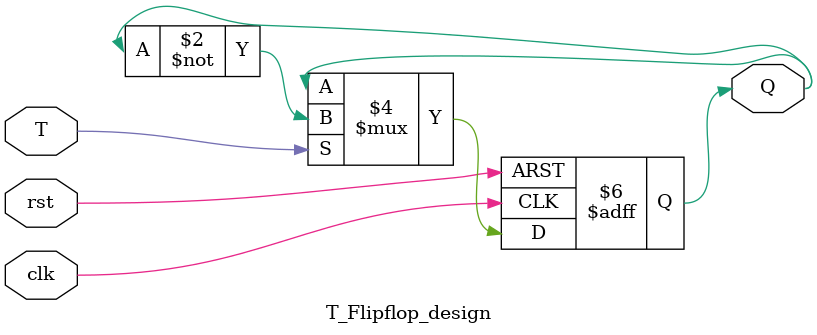
<source format=v>
`timescale 1ns / 1ps


module T_Flipflop_design(
    input T,clk,rst,
    output reg Q
    );
        always @(posedge clk or posedge rst)begin
            if (rst)
                Q <= 1'b0;
            else if (T)
                Q <= ~Q;
            else
                Q <= Q;
        end
endmodule

</source>
